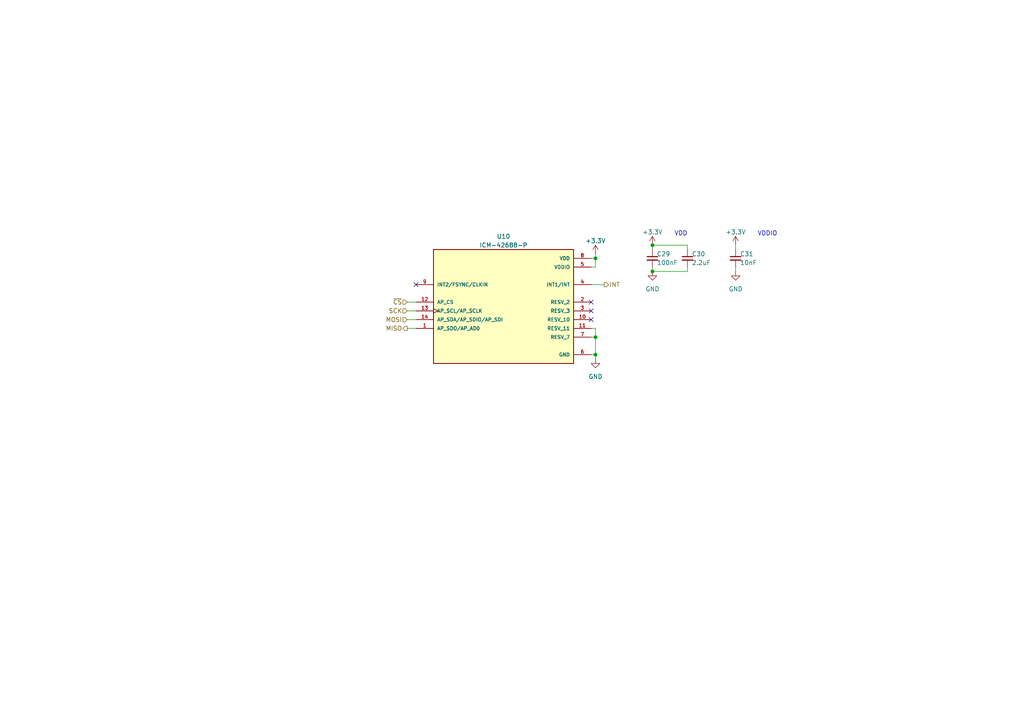
<source format=kicad_sch>
(kicad_sch (version 20230121) (generator eeschema)
  (paper "A4")
  (lib_symbols
    (symbol "Device:C_Small" (pin_numbers hide) (pin_names (offset 0.254) hide)
      (property "Reference" "C" (at 0.254 1.778 0))
      (property "Value" "C_Small" (at 0.254 -2.032 0))
      (symbol "C_Small_0_1"
        (polyline (pts (xy -1.524 -0.508) (xy 1.524 -0.508)) (stroke (width 0.3302)))
        (polyline (pts (xy -1.524 0.508) (xy 1.524 0.508)) (stroke (width 0.3048)))
      )
      (symbol "C_Small_1_1"
        (pin passive line (at 0 2.54 270) (length 2.032) (name "~") (number "1"))
        (pin passive line (at 0 -2.54 90) (length 2.032) (name "~") (number "2"))
      )
    )
    (symbol "ICM-42688-P:ICM-42688-P" (pin_names (offset 1.016))
      (property "Reference" "U" (at -20.32 16.002 0))
      (property "Value" "ICM-42688-P" (at -20.32 -20.32 0))
      (symbol "ICM-42688-P_0_0"
        (rectangle (start -20.32 -17.78) (end 20.32 15.24) (stroke (width 0.254)) (fill (type background)))
        (pin bidirectional line (at -25.4 -7.62 0) (length 5.08) (name "AP_SDO/AP_AD0") (number "1"))
        (pin passive line (at 25.4 -5.08 180) (length 5.08) (name "RESV_10") (number "10"))
        (pin passive line (at 25.4 -7.62 180) (length 5.08) (name "RESV_11") (number "11"))
        (pin input line (at -25.4 0 0) (length 5.08) (name "AP_CS") (number "12"))
        (pin input clock (at -25.4 -2.54 0) (length 5.08) (name "AP_SCL/AP_SCLK") (number "13"))
        (pin bidirectional line (at -25.4 -5.08 0) (length 5.08) (name "AP_SDA/AP_SDIO/AP_SDI") (number "14"))
        (pin passive line (at 25.4 0 180) (length 5.08) (name "RESV_2") (number "2"))
        (pin passive line (at 25.4 -2.54 180) (length 5.08) (name "RESV_3") (number "3"))
        (pin output line (at 25.4 5.08 180) (length 5.08) (name "INT1/INT") (number "4"))
        (pin power_in line (at 25.4 10.16 180) (length 5.08) (name "VDDIO") (number "5"))
        (pin power_in line (at 25.4 -15.24 180) (length 5.08) (name "GND") (number "6"))
        (pin passive line (at 25.4 -10.16 180) (length 5.08) (name "RESV_7") (number "7"))
        (pin power_in line (at 25.4 12.7 180) (length 5.08) (name "VDD") (number "8"))
        (pin bidirectional line (at -25.4 5.08 0) (length 5.08) (name "INT2/FSYNC/CLKIN") (number "9"))
      )
    )
    (symbol "power:+3.3V" (power) (pin_names (offset 0))
      (property "Value" "+3.3V" (at 0 3.556 0))
      (symbol "+3.3V_0_1"
        (polyline (pts (xy -0.762 1.27) (xy 0 2.54)))
        (polyline (pts (xy 0 0) (xy 0 2.54)))
        (polyline (pts (xy 0 2.54) (xy 0.762 1.27)))
      )
      (symbol "+3.3V_1_1"
        (pin power_in line (at 0 0 90) (length 0) hide (name "+3.3V") (number "1"))
      )
    )
    (symbol "power:GND" (power) (pin_names (offset 0))
      (property "Value" "GND" (at 0 -3.81 0))
      (symbol "GND_0_1"
        (polyline (pts (xy 0 0) (xy 0 -1.27) (xy 1.27 -1.27) (xy 0 -2.54) (xy -1.27 -1.27) (xy 0 -1.27)))
      )
      (symbol "GND_1_1"
        (pin power_in line (at 0 0 270) (length 0) hide (name "GND") (number "1"))
      )
    )
  )
  (junction (at 189.23 78.74))
  (junction (at 172.72 74.93))
  (junction (at 172.72 97.79))
  (junction (at 172.72 102.87))
  (junction (at 189.23 71.12))
  (no_connect (at 171.45 87.63))
  (no_connect (at 171.45 92.71))
  (no_connect (at 120.65 82.55))
  (no_connect (at 171.45 90.17))
  (wire (pts (xy 213.36 77.47) (xy 213.36 78.74)))
  (wire (pts (xy 189.23 77.47) (xy 189.23 78.74)))
  (wire (pts (xy 118.11 92.71) (xy 120.65 92.71)))
  (wire (pts (xy 172.72 102.87) (xy 172.72 104.14)))
  (wire (pts (xy 199.39 71.12) (xy 189.23 71.12)))
  (wire (pts (xy 172.72 95.25) (xy 172.72 97.79)))
  (wire (pts (xy 171.45 82.55) (xy 175.26 82.55)))
  (wire (pts (xy 199.39 72.39) (xy 199.39 71.12)))
  (wire (pts (xy 172.72 74.93) (xy 172.72 77.47)))
  (wire (pts (xy 171.45 77.47) (xy 172.72 77.47)))
  (wire (pts (xy 171.45 74.93) (xy 172.72 74.93)))
  (wire (pts (xy 199.39 78.74) (xy 199.39 77.47)))
  (wire (pts (xy 172.72 73.66) (xy 172.72 74.93)))
  (wire (pts (xy 172.72 97.79) (xy 172.72 102.87)))
  (wire (pts (xy 171.45 102.87) (xy 172.72 102.87)))
  (wire (pts (xy 213.36 71.12) (xy 213.36 72.39)))
  (wire (pts (xy 171.45 97.79) (xy 172.72 97.79)))
  (wire (pts (xy 171.45 95.25) (xy 172.72 95.25)))
  (wire (pts (xy 189.23 71.12) (xy 189.23 72.39)))
  (wire (pts (xy 118.11 95.25) (xy 120.65 95.25)))
  (wire (pts (xy 189.23 78.74) (xy 199.39 78.74)))
  (wire (pts (xy 118.11 90.17) (xy 120.65 90.17)))
  (wire (pts (xy 118.11 87.63) (xy 120.65 87.63)))
  (text "VDDIO" (at 219.71 68.58 0) (effects (font (size 1.27 1.27)) (justify left bottom)))
  (text "VDD" (at 195.58 68.58 0) (effects (font (size 1.27 1.27)) (justify left bottom)))
  (hierarchical_label "~{CS}" (shape input) (at 118.11 87.63 180))
  (hierarchical_label "SCK" (shape input) (at 118.11 90.17 180))
  (hierarchical_label "INT" (shape output) (at 175.26 82.55 0))
  (hierarchical_label "MISO" (shape output) (at 118.11 95.25 180))
  (hierarchical_label "MOSI" (shape input) (at 118.11 92.71 180))
  (symbol (lib_id "Device:C_Small") (at 199.39 74.93 0) (unit 1)
    (property "Reference" "C30" (at 200.66 73.66 0) (effects (justify left)))
    (property "Value" "2.2uF" (at 200.66 76.2 0) (effects (justify left)))
  )
  (symbol (lib_id "power:GND") (at 213.36 78.74 0) (unit 1)
    (property "Reference" "#PWR072" (effects hide))
    (property "Value" "GND" (at 213.36 83.82 0))
  )
  (symbol (lib_id "power:+3.3V") (at 213.36 71.12 0) (unit 1)
    (property "Reference" "#PWR071" (effects hide))
    (property "Value" "+3.3V" (at 213.36 67.31 0))
  )
  (symbol (lib_id "power:GND") (at 172.72 104.14 0) (unit 1)
    (property "Reference" "#PWR068" (effects hide))
    (property "Value" "GND" (at 172.72 109.22 0))
  )
  (symbol (lib_id "ICM-42688-P:ICM-42688-P") (at 146.05 87.63 0) (unit 1)
    (property "Reference" "U10" (at 146.05 68.58 0))
    (property "Value" "ICM-42688-P" (at 146.05 71.12 0))
    (property "Footprint" "ICM-42688-P:PQFN50P300X250X97-14N" (effects hide))
    (property "PARTREV" "1.2" (effects hide))
    (property "STANDARD" "IPC-7351B" (effects hide))
    (property "MAXIMUM_PACKAGE_HEIGHT" "0.97mm" (effects hide))
    (property "MANUFACTURER" "TDK InvenSense" (effects hide))
  )
  (symbol (lib_id "Device:C_Small") (at 213.36 74.93 0) (unit 1)
    (property "Reference" "C31" (at 214.63 73.66 0) (effects (justify left)))
    (property "Value" "10nF" (at 214.63 76.2 0) (effects (justify left)))
  )
  (symbol (lib_id "power:+3.3V") (at 189.23 71.12 0) (unit 1)
    (property "Reference" "#PWR069" (effects hide))
    (property "Value" "+3.3V" (at 189.23 67.31 0))
  )
  (symbol (lib_id "power:+3.3V") (at 172.72 73.66 0) (unit 1)
    (property "Reference" "#PWR067" (effects hide))
    (property "Value" "+3.3V" (at 172.72 69.85 0))
  )
  (symbol (lib_id "Device:C_Small") (at 189.23 74.93 0) (unit 1)
    (property "Reference" "C29" (at 190.5 73.66 0) (effects (justify left)))
    (property "Value" "100nF" (at 190.5 76.2 0) (effects (justify left)))
  )
  (symbol (lib_id "power:GND") (at 189.23 78.74 0) (unit 1)
    (property "Reference" "#PWR070" (effects hide))
    (property "Value" "GND" (at 189.23 83.82 0))
  )
)
</source>
